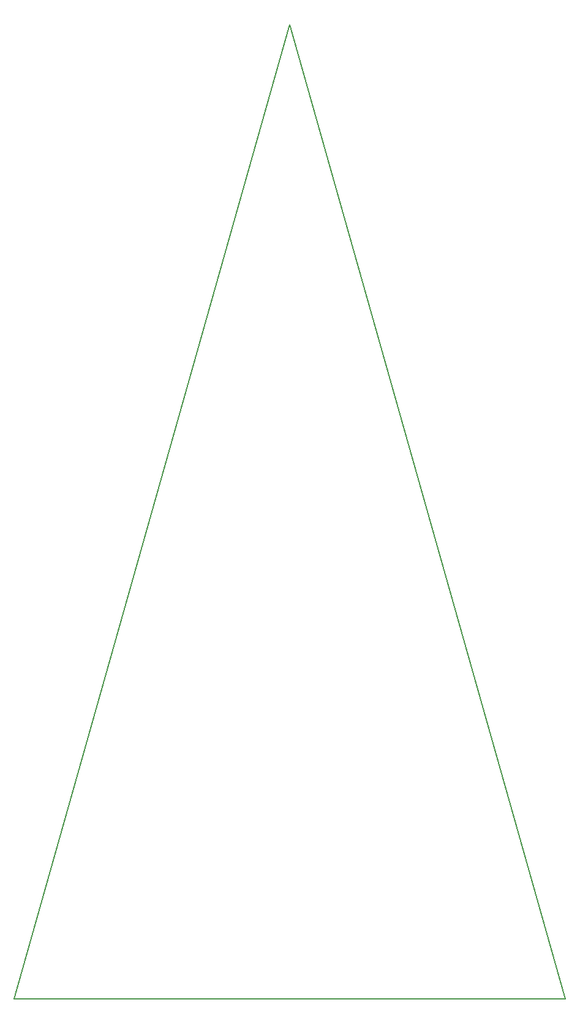
<source format=gbr>
G04 #@! TF.FileFunction,Profile,NP*
%FSLAX46Y46*%
G04 Gerber Fmt 4.6, Leading zero omitted, Abs format (unit mm)*
G04 Created by KiCad (PCBNEW 4.0.2-stable) date 12/1/2016 11:33:22 PM*
%MOMM*%
G01*
G04 APERTURE LIST*
%ADD10C,0.100000*%
%ADD11C,0.150000*%
G04 APERTURE END LIST*
D10*
D11*
X91440000Y-167640000D02*
X76200000Y-167640000D01*
X45720000Y-167640000D02*
X83820000Y-33020000D01*
X83820000Y-33020000D02*
X121920000Y-167640000D01*
X121920000Y-167640000D02*
X91440000Y-167640000D01*
X45720000Y-167640000D02*
X76200000Y-167640000D01*
M02*

</source>
